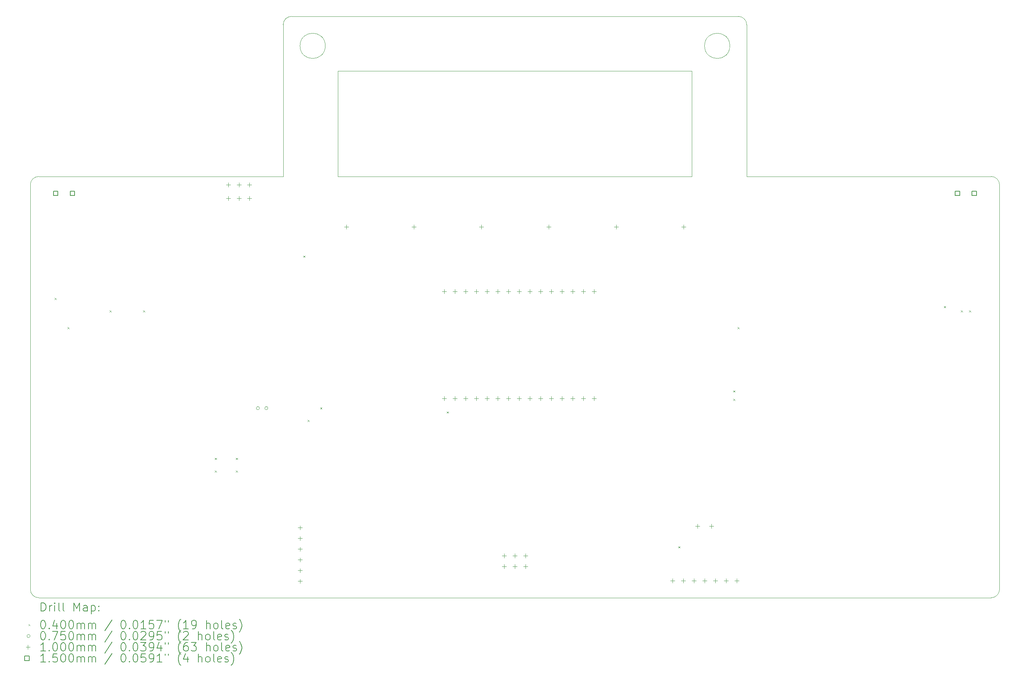
<source format=gbr>
%TF.GenerationSoftware,KiCad,Pcbnew,7.0.7*%
%TF.CreationDate,2024-03-11T11:41:51-07:00*%
%TF.ProjectId,DC32_Cnet_Badge_Main,44433332-5f43-46e6-9574-5f4261646765,rev?*%
%TF.SameCoordinates,Original*%
%TF.FileFunction,Drillmap*%
%TF.FilePolarity,Positive*%
%FSLAX45Y45*%
G04 Gerber Fmt 4.5, Leading zero omitted, Abs format (unit mm)*
G04 Created by KiCad (PCBNEW 7.0.7) date 2024-03-11 11:41:51*
%MOMM*%
%LPD*%
G01*
G04 APERTURE LIST*
%ADD10C,0.100000*%
%ADD11C,0.200000*%
%ADD12C,0.040000*%
%ADD13C,0.075000*%
%ADD14C,0.150000*%
G04 APERTURE END LIST*
D10*
X26500000Y-7900000D02*
X26500000Y-15700000D01*
X9700000Y-2100000D02*
G75*
G03*
X9500000Y-2300000I0J-200000D01*
G01*
X25000000Y-15900000D02*
X5000000Y-15900000D01*
X26300000Y-15900000D02*
X25000000Y-15900000D01*
X5000000Y-15900000D02*
X3700000Y-15900000D01*
X20500000Y-2900000D02*
X20500000Y-2300000D01*
X20500000Y-2900000D02*
X20500000Y-5900000D01*
X3500000Y-7900000D02*
X3500000Y-15700000D01*
X9500000Y-5900000D02*
X9500000Y-2900000D01*
X5000000Y-5900000D02*
X3700000Y-5900000D01*
X19200000Y-5900000D02*
X19200000Y-3400000D01*
X3500000Y-15700000D02*
G75*
G03*
X3700000Y-15900000I200000J0D01*
G01*
X9500000Y-2300000D02*
X9500000Y-2900000D01*
X20100000Y-2800000D02*
G75*
G03*
X20100000Y-2800000I-300000J0D01*
G01*
X3700000Y-5900000D02*
G75*
G03*
X3500000Y-6100000I0J-200000D01*
G01*
X26300000Y-15900000D02*
G75*
G03*
X26500000Y-15700000I0J200000D01*
G01*
X10500000Y-2800000D02*
G75*
G03*
X10500000Y-2800000I-300000J0D01*
G01*
X26500000Y-6100000D02*
G75*
G03*
X26300000Y-5900000I-200000J0D01*
G01*
X20500000Y-5900000D02*
X25000000Y-5900000D01*
X20300000Y-2100000D02*
X9700000Y-2100000D01*
X20500000Y-2300000D02*
G75*
G03*
X20300000Y-2100000I-200000J0D01*
G01*
X3500000Y-6100000D02*
X3500000Y-7900000D01*
X25000000Y-5900000D02*
X26300000Y-5900000D01*
X10800000Y-5900000D02*
X10800000Y-3400000D01*
X5000000Y-5900000D02*
X9500000Y-5900000D01*
X10800000Y-3400000D02*
X19200000Y-3400000D01*
X10800000Y-5900000D02*
X19200000Y-5900000D01*
X26500000Y-6100000D02*
X26500000Y-7900000D01*
D11*
D12*
X4080000Y-8780000D02*
X4120000Y-8820000D01*
X4120000Y-8780000D02*
X4080000Y-8820000D01*
X4380000Y-9480000D02*
X4420000Y-9520000D01*
X4420000Y-9480000D02*
X4380000Y-9520000D01*
X5380000Y-9080000D02*
X5420000Y-9120000D01*
X5420000Y-9080000D02*
X5380000Y-9120000D01*
X6180000Y-9080000D02*
X6220000Y-9120000D01*
X6220000Y-9080000D02*
X6180000Y-9120000D01*
X7880000Y-12580000D02*
X7920000Y-12620000D01*
X7920000Y-12580000D02*
X7880000Y-12620000D01*
X7880000Y-12880000D02*
X7920000Y-12920000D01*
X7920000Y-12880000D02*
X7880000Y-12920000D01*
X8380000Y-12580000D02*
X8420000Y-12620000D01*
X8420000Y-12580000D02*
X8380000Y-12620000D01*
X8380000Y-12880000D02*
X8420000Y-12920000D01*
X8420000Y-12880000D02*
X8380000Y-12920000D01*
X9980000Y-7780000D02*
X10020000Y-7820000D01*
X10020000Y-7780000D02*
X9980000Y-7820000D01*
X10080000Y-11680000D02*
X10120000Y-11720000D01*
X10120000Y-11680000D02*
X10080000Y-11720000D01*
X10380000Y-11380000D02*
X10420000Y-11420000D01*
X10420000Y-11380000D02*
X10380000Y-11420000D01*
X13380000Y-11480000D02*
X13420000Y-11520000D01*
X13420000Y-11480000D02*
X13380000Y-11520000D01*
X18880000Y-14680000D02*
X18920000Y-14720000D01*
X18920000Y-14680000D02*
X18880000Y-14720000D01*
X20180000Y-10980000D02*
X20220000Y-11020000D01*
X20220000Y-10980000D02*
X20180000Y-11020000D01*
X20180000Y-11180000D02*
X20220000Y-11220000D01*
X20220000Y-11180000D02*
X20180000Y-11220000D01*
X20280000Y-9480000D02*
X20320000Y-9520000D01*
X20320000Y-9480000D02*
X20280000Y-9520000D01*
X25180000Y-8980000D02*
X25220000Y-9020000D01*
X25220000Y-8980000D02*
X25180000Y-9020000D01*
X25580000Y-9080000D02*
X25620000Y-9120000D01*
X25620000Y-9080000D02*
X25580000Y-9120000D01*
X25780000Y-9080000D02*
X25820000Y-9120000D01*
X25820000Y-9080000D02*
X25780000Y-9120000D01*
D13*
X8937500Y-11400000D02*
G75*
G03*
X8937500Y-11400000I-37500J0D01*
G01*
X9137500Y-11400000D02*
G75*
G03*
X9137500Y-11400000I-37500J0D01*
G01*
D10*
X8200000Y-6050000D02*
X8200000Y-6150000D01*
X8150000Y-6100000D02*
X8250000Y-6100000D01*
X8200000Y-6370000D02*
X8200000Y-6470000D01*
X8150000Y-6420000D02*
X8250000Y-6420000D01*
X8450000Y-6050000D02*
X8450000Y-6150000D01*
X8400000Y-6100000D02*
X8500000Y-6100000D01*
X8450000Y-6370000D02*
X8450000Y-6470000D01*
X8400000Y-6420000D02*
X8500000Y-6420000D01*
X8700000Y-6050000D02*
X8700000Y-6150000D01*
X8650000Y-6100000D02*
X8750000Y-6100000D01*
X8700000Y-6370000D02*
X8700000Y-6470000D01*
X8650000Y-6420000D02*
X8750000Y-6420000D01*
X9900000Y-14188000D02*
X9900000Y-14288000D01*
X9850000Y-14238000D02*
X9950000Y-14238000D01*
X9900000Y-14442000D02*
X9900000Y-14542000D01*
X9850000Y-14492000D02*
X9950000Y-14492000D01*
X9900000Y-14696000D02*
X9900000Y-14796000D01*
X9850000Y-14746000D02*
X9950000Y-14746000D01*
X9900000Y-14950000D02*
X9900000Y-15050000D01*
X9850000Y-15000000D02*
X9950000Y-15000000D01*
X9900000Y-15204000D02*
X9900000Y-15304000D01*
X9850000Y-15254000D02*
X9950000Y-15254000D01*
X9900000Y-15458000D02*
X9900000Y-15558000D01*
X9850000Y-15508000D02*
X9950000Y-15508000D01*
X11000000Y-7050000D02*
X11000000Y-7150000D01*
X10950000Y-7100000D02*
X11050000Y-7100000D01*
X12600000Y-7050000D02*
X12600000Y-7150000D01*
X12550000Y-7100000D02*
X12650000Y-7100000D01*
X13322000Y-8580000D02*
X13322000Y-8680000D01*
X13272000Y-8630000D02*
X13372000Y-8630000D01*
X13322000Y-11120000D02*
X13322000Y-11220000D01*
X13272000Y-11170000D02*
X13372000Y-11170000D01*
X13576000Y-8580000D02*
X13576000Y-8680000D01*
X13526000Y-8630000D02*
X13626000Y-8630000D01*
X13576000Y-11120000D02*
X13576000Y-11220000D01*
X13526000Y-11170000D02*
X13626000Y-11170000D01*
X13830000Y-8580000D02*
X13830000Y-8680000D01*
X13780000Y-8630000D02*
X13880000Y-8630000D01*
X13830000Y-11120000D02*
X13830000Y-11220000D01*
X13780000Y-11170000D02*
X13880000Y-11170000D01*
X14084000Y-8580000D02*
X14084000Y-8680000D01*
X14034000Y-8630000D02*
X14134000Y-8630000D01*
X14084000Y-11120000D02*
X14084000Y-11220000D01*
X14034000Y-11170000D02*
X14134000Y-11170000D01*
X14200000Y-7050000D02*
X14200000Y-7150000D01*
X14150000Y-7100000D02*
X14250000Y-7100000D01*
X14338000Y-8580000D02*
X14338000Y-8680000D01*
X14288000Y-8630000D02*
X14388000Y-8630000D01*
X14338000Y-11120000D02*
X14338000Y-11220000D01*
X14288000Y-11170000D02*
X14388000Y-11170000D01*
X14592000Y-8580000D02*
X14592000Y-8680000D01*
X14542000Y-8630000D02*
X14642000Y-8630000D01*
X14592000Y-11120000D02*
X14592000Y-11220000D01*
X14542000Y-11170000D02*
X14642000Y-11170000D01*
X14746000Y-14850000D02*
X14746000Y-14950000D01*
X14696000Y-14900000D02*
X14796000Y-14900000D01*
X14746000Y-15104000D02*
X14746000Y-15204000D01*
X14696000Y-15154000D02*
X14796000Y-15154000D01*
X14846000Y-8580000D02*
X14846000Y-8680000D01*
X14796000Y-8630000D02*
X14896000Y-8630000D01*
X14846000Y-11120000D02*
X14846000Y-11220000D01*
X14796000Y-11170000D02*
X14896000Y-11170000D01*
X15000000Y-14850000D02*
X15000000Y-14950000D01*
X14950000Y-14900000D02*
X15050000Y-14900000D01*
X15000000Y-15104000D02*
X15000000Y-15204000D01*
X14950000Y-15154000D02*
X15050000Y-15154000D01*
X15100000Y-8580000D02*
X15100000Y-8680000D01*
X15050000Y-8630000D02*
X15150000Y-8630000D01*
X15100000Y-11120000D02*
X15100000Y-11220000D01*
X15050000Y-11170000D02*
X15150000Y-11170000D01*
X15254000Y-14850000D02*
X15254000Y-14950000D01*
X15204000Y-14900000D02*
X15304000Y-14900000D01*
X15254000Y-15104000D02*
X15254000Y-15204000D01*
X15204000Y-15154000D02*
X15304000Y-15154000D01*
X15354000Y-8580000D02*
X15354000Y-8680000D01*
X15304000Y-8630000D02*
X15404000Y-8630000D01*
X15354000Y-11120000D02*
X15354000Y-11220000D01*
X15304000Y-11170000D02*
X15404000Y-11170000D01*
X15608000Y-8580000D02*
X15608000Y-8680000D01*
X15558000Y-8630000D02*
X15658000Y-8630000D01*
X15608000Y-11120000D02*
X15608000Y-11220000D01*
X15558000Y-11170000D02*
X15658000Y-11170000D01*
X15800000Y-7050000D02*
X15800000Y-7150000D01*
X15750000Y-7100000D02*
X15850000Y-7100000D01*
X15862000Y-8580000D02*
X15862000Y-8680000D01*
X15812000Y-8630000D02*
X15912000Y-8630000D01*
X15862000Y-11120000D02*
X15862000Y-11220000D01*
X15812000Y-11170000D02*
X15912000Y-11170000D01*
X16116000Y-8580000D02*
X16116000Y-8680000D01*
X16066000Y-8630000D02*
X16166000Y-8630000D01*
X16116000Y-11120000D02*
X16116000Y-11220000D01*
X16066000Y-11170000D02*
X16166000Y-11170000D01*
X16370000Y-8580000D02*
X16370000Y-8680000D01*
X16320000Y-8630000D02*
X16420000Y-8630000D01*
X16370000Y-11120000D02*
X16370000Y-11220000D01*
X16320000Y-11170000D02*
X16420000Y-11170000D01*
X16624000Y-8580000D02*
X16624000Y-8680000D01*
X16574000Y-8630000D02*
X16674000Y-8630000D01*
X16624000Y-11120000D02*
X16624000Y-11220000D01*
X16574000Y-11170000D02*
X16674000Y-11170000D01*
X16878000Y-8580000D02*
X16878000Y-8680000D01*
X16828000Y-8630000D02*
X16928000Y-8630000D01*
X16878000Y-11120000D02*
X16878000Y-11220000D01*
X16828000Y-11170000D02*
X16928000Y-11170000D01*
X17400000Y-7050000D02*
X17400000Y-7150000D01*
X17350000Y-7100000D02*
X17450000Y-7100000D01*
X18738000Y-15448500D02*
X18738000Y-15548500D01*
X18688000Y-15498500D02*
X18788000Y-15498500D01*
X18992000Y-15448500D02*
X18992000Y-15548500D01*
X18942000Y-15498500D02*
X19042000Y-15498500D01*
X19000000Y-7050000D02*
X19000000Y-7150000D01*
X18950000Y-7100000D02*
X19050000Y-7100000D01*
X19246000Y-15448500D02*
X19246000Y-15548500D01*
X19196000Y-15498500D02*
X19296000Y-15498500D01*
X19334900Y-14150000D02*
X19334900Y-14250000D01*
X19284900Y-14200000D02*
X19384900Y-14200000D01*
X19500000Y-15448500D02*
X19500000Y-15548500D01*
X19450000Y-15498500D02*
X19550000Y-15498500D01*
X19665100Y-14150000D02*
X19665100Y-14250000D01*
X19615100Y-14200000D02*
X19715100Y-14200000D01*
X19754000Y-15448500D02*
X19754000Y-15548500D01*
X19704000Y-15498500D02*
X19804000Y-15498500D01*
X20008000Y-15448500D02*
X20008000Y-15548500D01*
X19958000Y-15498500D02*
X20058000Y-15498500D01*
X20262000Y-15448500D02*
X20262000Y-15548500D01*
X20212000Y-15498500D02*
X20312000Y-15498500D01*
D14*
X4153033Y-6353033D02*
X4153033Y-6246966D01*
X4046966Y-6246966D01*
X4046966Y-6353033D01*
X4153033Y-6353033D01*
X4553034Y-6353033D02*
X4553034Y-6246966D01*
X4446967Y-6246966D01*
X4446967Y-6353033D01*
X4553034Y-6353033D01*
X25553033Y-6353033D02*
X25553033Y-6246966D01*
X25446966Y-6246966D01*
X25446966Y-6353033D01*
X25553033Y-6353033D01*
X25953033Y-6353033D02*
X25953033Y-6246966D01*
X25846966Y-6246966D01*
X25846966Y-6353033D01*
X25953033Y-6353033D01*
D11*
X3755777Y-16216484D02*
X3755777Y-16016484D01*
X3755777Y-16016484D02*
X3803396Y-16016484D01*
X3803396Y-16016484D02*
X3831967Y-16026008D01*
X3831967Y-16026008D02*
X3851015Y-16045055D01*
X3851015Y-16045055D02*
X3860539Y-16064103D01*
X3860539Y-16064103D02*
X3870062Y-16102198D01*
X3870062Y-16102198D02*
X3870062Y-16130769D01*
X3870062Y-16130769D02*
X3860539Y-16168865D01*
X3860539Y-16168865D02*
X3851015Y-16187912D01*
X3851015Y-16187912D02*
X3831967Y-16206960D01*
X3831967Y-16206960D02*
X3803396Y-16216484D01*
X3803396Y-16216484D02*
X3755777Y-16216484D01*
X3955777Y-16216484D02*
X3955777Y-16083150D01*
X3955777Y-16121246D02*
X3965301Y-16102198D01*
X3965301Y-16102198D02*
X3974824Y-16092674D01*
X3974824Y-16092674D02*
X3993872Y-16083150D01*
X3993872Y-16083150D02*
X4012920Y-16083150D01*
X4079586Y-16216484D02*
X4079586Y-16083150D01*
X4079586Y-16016484D02*
X4070062Y-16026008D01*
X4070062Y-16026008D02*
X4079586Y-16035531D01*
X4079586Y-16035531D02*
X4089110Y-16026008D01*
X4089110Y-16026008D02*
X4079586Y-16016484D01*
X4079586Y-16016484D02*
X4079586Y-16035531D01*
X4203396Y-16216484D02*
X4184348Y-16206960D01*
X4184348Y-16206960D02*
X4174824Y-16187912D01*
X4174824Y-16187912D02*
X4174824Y-16016484D01*
X4308158Y-16216484D02*
X4289110Y-16206960D01*
X4289110Y-16206960D02*
X4279586Y-16187912D01*
X4279586Y-16187912D02*
X4279586Y-16016484D01*
X4536729Y-16216484D02*
X4536729Y-16016484D01*
X4536729Y-16016484D02*
X4603396Y-16159341D01*
X4603396Y-16159341D02*
X4670063Y-16016484D01*
X4670063Y-16016484D02*
X4670063Y-16216484D01*
X4851015Y-16216484D02*
X4851015Y-16111722D01*
X4851015Y-16111722D02*
X4841491Y-16092674D01*
X4841491Y-16092674D02*
X4822444Y-16083150D01*
X4822444Y-16083150D02*
X4784348Y-16083150D01*
X4784348Y-16083150D02*
X4765301Y-16092674D01*
X4851015Y-16206960D02*
X4831967Y-16216484D01*
X4831967Y-16216484D02*
X4784348Y-16216484D01*
X4784348Y-16216484D02*
X4765301Y-16206960D01*
X4765301Y-16206960D02*
X4755777Y-16187912D01*
X4755777Y-16187912D02*
X4755777Y-16168865D01*
X4755777Y-16168865D02*
X4765301Y-16149817D01*
X4765301Y-16149817D02*
X4784348Y-16140293D01*
X4784348Y-16140293D02*
X4831967Y-16140293D01*
X4831967Y-16140293D02*
X4851015Y-16130769D01*
X4946253Y-16083150D02*
X4946253Y-16283150D01*
X4946253Y-16092674D02*
X4965301Y-16083150D01*
X4965301Y-16083150D02*
X5003396Y-16083150D01*
X5003396Y-16083150D02*
X5022444Y-16092674D01*
X5022444Y-16092674D02*
X5031967Y-16102198D01*
X5031967Y-16102198D02*
X5041491Y-16121246D01*
X5041491Y-16121246D02*
X5041491Y-16178388D01*
X5041491Y-16178388D02*
X5031967Y-16197436D01*
X5031967Y-16197436D02*
X5022444Y-16206960D01*
X5022444Y-16206960D02*
X5003396Y-16216484D01*
X5003396Y-16216484D02*
X4965301Y-16216484D01*
X4965301Y-16216484D02*
X4946253Y-16206960D01*
X5127205Y-16197436D02*
X5136729Y-16206960D01*
X5136729Y-16206960D02*
X5127205Y-16216484D01*
X5127205Y-16216484D02*
X5117682Y-16206960D01*
X5117682Y-16206960D02*
X5127205Y-16197436D01*
X5127205Y-16197436D02*
X5127205Y-16216484D01*
X5127205Y-16092674D02*
X5136729Y-16102198D01*
X5136729Y-16102198D02*
X5127205Y-16111722D01*
X5127205Y-16111722D02*
X5117682Y-16102198D01*
X5117682Y-16102198D02*
X5127205Y-16092674D01*
X5127205Y-16092674D02*
X5127205Y-16111722D01*
D12*
X3455000Y-16525000D02*
X3495000Y-16565000D01*
X3495000Y-16525000D02*
X3455000Y-16565000D01*
D11*
X3793872Y-16436484D02*
X3812920Y-16436484D01*
X3812920Y-16436484D02*
X3831967Y-16446008D01*
X3831967Y-16446008D02*
X3841491Y-16455531D01*
X3841491Y-16455531D02*
X3851015Y-16474579D01*
X3851015Y-16474579D02*
X3860539Y-16512674D01*
X3860539Y-16512674D02*
X3860539Y-16560293D01*
X3860539Y-16560293D02*
X3851015Y-16598388D01*
X3851015Y-16598388D02*
X3841491Y-16617436D01*
X3841491Y-16617436D02*
X3831967Y-16626960D01*
X3831967Y-16626960D02*
X3812920Y-16636484D01*
X3812920Y-16636484D02*
X3793872Y-16636484D01*
X3793872Y-16636484D02*
X3774824Y-16626960D01*
X3774824Y-16626960D02*
X3765301Y-16617436D01*
X3765301Y-16617436D02*
X3755777Y-16598388D01*
X3755777Y-16598388D02*
X3746253Y-16560293D01*
X3746253Y-16560293D02*
X3746253Y-16512674D01*
X3746253Y-16512674D02*
X3755777Y-16474579D01*
X3755777Y-16474579D02*
X3765301Y-16455531D01*
X3765301Y-16455531D02*
X3774824Y-16446008D01*
X3774824Y-16446008D02*
X3793872Y-16436484D01*
X3946253Y-16617436D02*
X3955777Y-16626960D01*
X3955777Y-16626960D02*
X3946253Y-16636484D01*
X3946253Y-16636484D02*
X3936729Y-16626960D01*
X3936729Y-16626960D02*
X3946253Y-16617436D01*
X3946253Y-16617436D02*
X3946253Y-16636484D01*
X4127205Y-16503150D02*
X4127205Y-16636484D01*
X4079586Y-16426960D02*
X4031967Y-16569817D01*
X4031967Y-16569817D02*
X4155777Y-16569817D01*
X4270063Y-16436484D02*
X4289110Y-16436484D01*
X4289110Y-16436484D02*
X4308158Y-16446008D01*
X4308158Y-16446008D02*
X4317682Y-16455531D01*
X4317682Y-16455531D02*
X4327205Y-16474579D01*
X4327205Y-16474579D02*
X4336729Y-16512674D01*
X4336729Y-16512674D02*
X4336729Y-16560293D01*
X4336729Y-16560293D02*
X4327205Y-16598388D01*
X4327205Y-16598388D02*
X4317682Y-16617436D01*
X4317682Y-16617436D02*
X4308158Y-16626960D01*
X4308158Y-16626960D02*
X4289110Y-16636484D01*
X4289110Y-16636484D02*
X4270063Y-16636484D01*
X4270063Y-16636484D02*
X4251015Y-16626960D01*
X4251015Y-16626960D02*
X4241491Y-16617436D01*
X4241491Y-16617436D02*
X4231967Y-16598388D01*
X4231967Y-16598388D02*
X4222444Y-16560293D01*
X4222444Y-16560293D02*
X4222444Y-16512674D01*
X4222444Y-16512674D02*
X4231967Y-16474579D01*
X4231967Y-16474579D02*
X4241491Y-16455531D01*
X4241491Y-16455531D02*
X4251015Y-16446008D01*
X4251015Y-16446008D02*
X4270063Y-16436484D01*
X4460539Y-16436484D02*
X4479586Y-16436484D01*
X4479586Y-16436484D02*
X4498634Y-16446008D01*
X4498634Y-16446008D02*
X4508158Y-16455531D01*
X4508158Y-16455531D02*
X4517682Y-16474579D01*
X4517682Y-16474579D02*
X4527205Y-16512674D01*
X4527205Y-16512674D02*
X4527205Y-16560293D01*
X4527205Y-16560293D02*
X4517682Y-16598388D01*
X4517682Y-16598388D02*
X4508158Y-16617436D01*
X4508158Y-16617436D02*
X4498634Y-16626960D01*
X4498634Y-16626960D02*
X4479586Y-16636484D01*
X4479586Y-16636484D02*
X4460539Y-16636484D01*
X4460539Y-16636484D02*
X4441491Y-16626960D01*
X4441491Y-16626960D02*
X4431967Y-16617436D01*
X4431967Y-16617436D02*
X4422444Y-16598388D01*
X4422444Y-16598388D02*
X4412920Y-16560293D01*
X4412920Y-16560293D02*
X4412920Y-16512674D01*
X4412920Y-16512674D02*
X4422444Y-16474579D01*
X4422444Y-16474579D02*
X4431967Y-16455531D01*
X4431967Y-16455531D02*
X4441491Y-16446008D01*
X4441491Y-16446008D02*
X4460539Y-16436484D01*
X4612920Y-16636484D02*
X4612920Y-16503150D01*
X4612920Y-16522198D02*
X4622444Y-16512674D01*
X4622444Y-16512674D02*
X4641491Y-16503150D01*
X4641491Y-16503150D02*
X4670063Y-16503150D01*
X4670063Y-16503150D02*
X4689110Y-16512674D01*
X4689110Y-16512674D02*
X4698634Y-16531722D01*
X4698634Y-16531722D02*
X4698634Y-16636484D01*
X4698634Y-16531722D02*
X4708158Y-16512674D01*
X4708158Y-16512674D02*
X4727205Y-16503150D01*
X4727205Y-16503150D02*
X4755777Y-16503150D01*
X4755777Y-16503150D02*
X4774825Y-16512674D01*
X4774825Y-16512674D02*
X4784348Y-16531722D01*
X4784348Y-16531722D02*
X4784348Y-16636484D01*
X4879586Y-16636484D02*
X4879586Y-16503150D01*
X4879586Y-16522198D02*
X4889110Y-16512674D01*
X4889110Y-16512674D02*
X4908158Y-16503150D01*
X4908158Y-16503150D02*
X4936729Y-16503150D01*
X4936729Y-16503150D02*
X4955777Y-16512674D01*
X4955777Y-16512674D02*
X4965301Y-16531722D01*
X4965301Y-16531722D02*
X4965301Y-16636484D01*
X4965301Y-16531722D02*
X4974825Y-16512674D01*
X4974825Y-16512674D02*
X4993872Y-16503150D01*
X4993872Y-16503150D02*
X5022444Y-16503150D01*
X5022444Y-16503150D02*
X5041491Y-16512674D01*
X5041491Y-16512674D02*
X5051015Y-16531722D01*
X5051015Y-16531722D02*
X5051015Y-16636484D01*
X5441491Y-16426960D02*
X5270063Y-16684103D01*
X5698634Y-16436484D02*
X5717682Y-16436484D01*
X5717682Y-16436484D02*
X5736729Y-16446008D01*
X5736729Y-16446008D02*
X5746253Y-16455531D01*
X5746253Y-16455531D02*
X5755777Y-16474579D01*
X5755777Y-16474579D02*
X5765301Y-16512674D01*
X5765301Y-16512674D02*
X5765301Y-16560293D01*
X5765301Y-16560293D02*
X5755777Y-16598388D01*
X5755777Y-16598388D02*
X5746253Y-16617436D01*
X5746253Y-16617436D02*
X5736729Y-16626960D01*
X5736729Y-16626960D02*
X5717682Y-16636484D01*
X5717682Y-16636484D02*
X5698634Y-16636484D01*
X5698634Y-16636484D02*
X5679586Y-16626960D01*
X5679586Y-16626960D02*
X5670063Y-16617436D01*
X5670063Y-16617436D02*
X5660539Y-16598388D01*
X5660539Y-16598388D02*
X5651015Y-16560293D01*
X5651015Y-16560293D02*
X5651015Y-16512674D01*
X5651015Y-16512674D02*
X5660539Y-16474579D01*
X5660539Y-16474579D02*
X5670063Y-16455531D01*
X5670063Y-16455531D02*
X5679586Y-16446008D01*
X5679586Y-16446008D02*
X5698634Y-16436484D01*
X5851015Y-16617436D02*
X5860539Y-16626960D01*
X5860539Y-16626960D02*
X5851015Y-16636484D01*
X5851015Y-16636484D02*
X5841491Y-16626960D01*
X5841491Y-16626960D02*
X5851015Y-16617436D01*
X5851015Y-16617436D02*
X5851015Y-16636484D01*
X5984348Y-16436484D02*
X6003396Y-16436484D01*
X6003396Y-16436484D02*
X6022444Y-16446008D01*
X6022444Y-16446008D02*
X6031967Y-16455531D01*
X6031967Y-16455531D02*
X6041491Y-16474579D01*
X6041491Y-16474579D02*
X6051015Y-16512674D01*
X6051015Y-16512674D02*
X6051015Y-16560293D01*
X6051015Y-16560293D02*
X6041491Y-16598388D01*
X6041491Y-16598388D02*
X6031967Y-16617436D01*
X6031967Y-16617436D02*
X6022444Y-16626960D01*
X6022444Y-16626960D02*
X6003396Y-16636484D01*
X6003396Y-16636484D02*
X5984348Y-16636484D01*
X5984348Y-16636484D02*
X5965301Y-16626960D01*
X5965301Y-16626960D02*
X5955777Y-16617436D01*
X5955777Y-16617436D02*
X5946253Y-16598388D01*
X5946253Y-16598388D02*
X5936729Y-16560293D01*
X5936729Y-16560293D02*
X5936729Y-16512674D01*
X5936729Y-16512674D02*
X5946253Y-16474579D01*
X5946253Y-16474579D02*
X5955777Y-16455531D01*
X5955777Y-16455531D02*
X5965301Y-16446008D01*
X5965301Y-16446008D02*
X5984348Y-16436484D01*
X6241491Y-16636484D02*
X6127206Y-16636484D01*
X6184348Y-16636484D02*
X6184348Y-16436484D01*
X6184348Y-16436484D02*
X6165301Y-16465055D01*
X6165301Y-16465055D02*
X6146253Y-16484103D01*
X6146253Y-16484103D02*
X6127206Y-16493627D01*
X6422444Y-16436484D02*
X6327206Y-16436484D01*
X6327206Y-16436484D02*
X6317682Y-16531722D01*
X6317682Y-16531722D02*
X6327206Y-16522198D01*
X6327206Y-16522198D02*
X6346253Y-16512674D01*
X6346253Y-16512674D02*
X6393872Y-16512674D01*
X6393872Y-16512674D02*
X6412920Y-16522198D01*
X6412920Y-16522198D02*
X6422444Y-16531722D01*
X6422444Y-16531722D02*
X6431967Y-16550769D01*
X6431967Y-16550769D02*
X6431967Y-16598388D01*
X6431967Y-16598388D02*
X6422444Y-16617436D01*
X6422444Y-16617436D02*
X6412920Y-16626960D01*
X6412920Y-16626960D02*
X6393872Y-16636484D01*
X6393872Y-16636484D02*
X6346253Y-16636484D01*
X6346253Y-16636484D02*
X6327206Y-16626960D01*
X6327206Y-16626960D02*
X6317682Y-16617436D01*
X6498634Y-16436484D02*
X6631967Y-16436484D01*
X6631967Y-16436484D02*
X6546253Y-16636484D01*
X6698634Y-16436484D02*
X6698634Y-16474579D01*
X6774825Y-16436484D02*
X6774825Y-16474579D01*
X7070063Y-16712674D02*
X7060539Y-16703150D01*
X7060539Y-16703150D02*
X7041491Y-16674579D01*
X7041491Y-16674579D02*
X7031968Y-16655531D01*
X7031968Y-16655531D02*
X7022444Y-16626960D01*
X7022444Y-16626960D02*
X7012920Y-16579341D01*
X7012920Y-16579341D02*
X7012920Y-16541246D01*
X7012920Y-16541246D02*
X7022444Y-16493627D01*
X7022444Y-16493627D02*
X7031968Y-16465055D01*
X7031968Y-16465055D02*
X7041491Y-16446008D01*
X7041491Y-16446008D02*
X7060539Y-16417436D01*
X7060539Y-16417436D02*
X7070063Y-16407912D01*
X7251015Y-16636484D02*
X7136729Y-16636484D01*
X7193872Y-16636484D02*
X7193872Y-16436484D01*
X7193872Y-16436484D02*
X7174825Y-16465055D01*
X7174825Y-16465055D02*
X7155777Y-16484103D01*
X7155777Y-16484103D02*
X7136729Y-16493627D01*
X7346253Y-16636484D02*
X7384348Y-16636484D01*
X7384348Y-16636484D02*
X7403396Y-16626960D01*
X7403396Y-16626960D02*
X7412920Y-16617436D01*
X7412920Y-16617436D02*
X7431968Y-16588865D01*
X7431968Y-16588865D02*
X7441491Y-16550769D01*
X7441491Y-16550769D02*
X7441491Y-16474579D01*
X7441491Y-16474579D02*
X7431968Y-16455531D01*
X7431968Y-16455531D02*
X7422444Y-16446008D01*
X7422444Y-16446008D02*
X7403396Y-16436484D01*
X7403396Y-16436484D02*
X7365301Y-16436484D01*
X7365301Y-16436484D02*
X7346253Y-16446008D01*
X7346253Y-16446008D02*
X7336729Y-16455531D01*
X7336729Y-16455531D02*
X7327206Y-16474579D01*
X7327206Y-16474579D02*
X7327206Y-16522198D01*
X7327206Y-16522198D02*
X7336729Y-16541246D01*
X7336729Y-16541246D02*
X7346253Y-16550769D01*
X7346253Y-16550769D02*
X7365301Y-16560293D01*
X7365301Y-16560293D02*
X7403396Y-16560293D01*
X7403396Y-16560293D02*
X7422444Y-16550769D01*
X7422444Y-16550769D02*
X7431968Y-16541246D01*
X7431968Y-16541246D02*
X7441491Y-16522198D01*
X7679587Y-16636484D02*
X7679587Y-16436484D01*
X7765301Y-16636484D02*
X7765301Y-16531722D01*
X7765301Y-16531722D02*
X7755777Y-16512674D01*
X7755777Y-16512674D02*
X7736730Y-16503150D01*
X7736730Y-16503150D02*
X7708158Y-16503150D01*
X7708158Y-16503150D02*
X7689110Y-16512674D01*
X7689110Y-16512674D02*
X7679587Y-16522198D01*
X7889110Y-16636484D02*
X7870063Y-16626960D01*
X7870063Y-16626960D02*
X7860539Y-16617436D01*
X7860539Y-16617436D02*
X7851015Y-16598388D01*
X7851015Y-16598388D02*
X7851015Y-16541246D01*
X7851015Y-16541246D02*
X7860539Y-16522198D01*
X7860539Y-16522198D02*
X7870063Y-16512674D01*
X7870063Y-16512674D02*
X7889110Y-16503150D01*
X7889110Y-16503150D02*
X7917682Y-16503150D01*
X7917682Y-16503150D02*
X7936730Y-16512674D01*
X7936730Y-16512674D02*
X7946253Y-16522198D01*
X7946253Y-16522198D02*
X7955777Y-16541246D01*
X7955777Y-16541246D02*
X7955777Y-16598388D01*
X7955777Y-16598388D02*
X7946253Y-16617436D01*
X7946253Y-16617436D02*
X7936730Y-16626960D01*
X7936730Y-16626960D02*
X7917682Y-16636484D01*
X7917682Y-16636484D02*
X7889110Y-16636484D01*
X8070063Y-16636484D02*
X8051015Y-16626960D01*
X8051015Y-16626960D02*
X8041491Y-16607912D01*
X8041491Y-16607912D02*
X8041491Y-16436484D01*
X8222444Y-16626960D02*
X8203396Y-16636484D01*
X8203396Y-16636484D02*
X8165301Y-16636484D01*
X8165301Y-16636484D02*
X8146253Y-16626960D01*
X8146253Y-16626960D02*
X8136730Y-16607912D01*
X8136730Y-16607912D02*
X8136730Y-16531722D01*
X8136730Y-16531722D02*
X8146253Y-16512674D01*
X8146253Y-16512674D02*
X8165301Y-16503150D01*
X8165301Y-16503150D02*
X8203396Y-16503150D01*
X8203396Y-16503150D02*
X8222444Y-16512674D01*
X8222444Y-16512674D02*
X8231968Y-16531722D01*
X8231968Y-16531722D02*
X8231968Y-16550769D01*
X8231968Y-16550769D02*
X8136730Y-16569817D01*
X8308158Y-16626960D02*
X8327206Y-16636484D01*
X8327206Y-16636484D02*
X8365301Y-16636484D01*
X8365301Y-16636484D02*
X8384349Y-16626960D01*
X8384349Y-16626960D02*
X8393873Y-16607912D01*
X8393873Y-16607912D02*
X8393873Y-16598388D01*
X8393873Y-16598388D02*
X8384349Y-16579341D01*
X8384349Y-16579341D02*
X8365301Y-16569817D01*
X8365301Y-16569817D02*
X8336730Y-16569817D01*
X8336730Y-16569817D02*
X8317682Y-16560293D01*
X8317682Y-16560293D02*
X8308158Y-16541246D01*
X8308158Y-16541246D02*
X8308158Y-16531722D01*
X8308158Y-16531722D02*
X8317682Y-16512674D01*
X8317682Y-16512674D02*
X8336730Y-16503150D01*
X8336730Y-16503150D02*
X8365301Y-16503150D01*
X8365301Y-16503150D02*
X8384349Y-16512674D01*
X8460539Y-16712674D02*
X8470063Y-16703150D01*
X8470063Y-16703150D02*
X8489111Y-16674579D01*
X8489111Y-16674579D02*
X8498634Y-16655531D01*
X8498634Y-16655531D02*
X8508158Y-16626960D01*
X8508158Y-16626960D02*
X8517682Y-16579341D01*
X8517682Y-16579341D02*
X8517682Y-16541246D01*
X8517682Y-16541246D02*
X8508158Y-16493627D01*
X8508158Y-16493627D02*
X8498634Y-16465055D01*
X8498634Y-16465055D02*
X8489111Y-16446008D01*
X8489111Y-16446008D02*
X8470063Y-16417436D01*
X8470063Y-16417436D02*
X8460539Y-16407912D01*
D13*
X3495000Y-16809000D02*
G75*
G03*
X3495000Y-16809000I-37500J0D01*
G01*
D11*
X3793872Y-16700484D02*
X3812920Y-16700484D01*
X3812920Y-16700484D02*
X3831967Y-16710008D01*
X3831967Y-16710008D02*
X3841491Y-16719531D01*
X3841491Y-16719531D02*
X3851015Y-16738579D01*
X3851015Y-16738579D02*
X3860539Y-16776674D01*
X3860539Y-16776674D02*
X3860539Y-16824293D01*
X3860539Y-16824293D02*
X3851015Y-16862389D01*
X3851015Y-16862389D02*
X3841491Y-16881436D01*
X3841491Y-16881436D02*
X3831967Y-16890960D01*
X3831967Y-16890960D02*
X3812920Y-16900484D01*
X3812920Y-16900484D02*
X3793872Y-16900484D01*
X3793872Y-16900484D02*
X3774824Y-16890960D01*
X3774824Y-16890960D02*
X3765301Y-16881436D01*
X3765301Y-16881436D02*
X3755777Y-16862389D01*
X3755777Y-16862389D02*
X3746253Y-16824293D01*
X3746253Y-16824293D02*
X3746253Y-16776674D01*
X3746253Y-16776674D02*
X3755777Y-16738579D01*
X3755777Y-16738579D02*
X3765301Y-16719531D01*
X3765301Y-16719531D02*
X3774824Y-16710008D01*
X3774824Y-16710008D02*
X3793872Y-16700484D01*
X3946253Y-16881436D02*
X3955777Y-16890960D01*
X3955777Y-16890960D02*
X3946253Y-16900484D01*
X3946253Y-16900484D02*
X3936729Y-16890960D01*
X3936729Y-16890960D02*
X3946253Y-16881436D01*
X3946253Y-16881436D02*
X3946253Y-16900484D01*
X4022443Y-16700484D02*
X4155777Y-16700484D01*
X4155777Y-16700484D02*
X4070062Y-16900484D01*
X4327205Y-16700484D02*
X4231967Y-16700484D01*
X4231967Y-16700484D02*
X4222444Y-16795722D01*
X4222444Y-16795722D02*
X4231967Y-16786198D01*
X4231967Y-16786198D02*
X4251015Y-16776674D01*
X4251015Y-16776674D02*
X4298634Y-16776674D01*
X4298634Y-16776674D02*
X4317682Y-16786198D01*
X4317682Y-16786198D02*
X4327205Y-16795722D01*
X4327205Y-16795722D02*
X4336729Y-16814770D01*
X4336729Y-16814770D02*
X4336729Y-16862389D01*
X4336729Y-16862389D02*
X4327205Y-16881436D01*
X4327205Y-16881436D02*
X4317682Y-16890960D01*
X4317682Y-16890960D02*
X4298634Y-16900484D01*
X4298634Y-16900484D02*
X4251015Y-16900484D01*
X4251015Y-16900484D02*
X4231967Y-16890960D01*
X4231967Y-16890960D02*
X4222444Y-16881436D01*
X4460539Y-16700484D02*
X4479586Y-16700484D01*
X4479586Y-16700484D02*
X4498634Y-16710008D01*
X4498634Y-16710008D02*
X4508158Y-16719531D01*
X4508158Y-16719531D02*
X4517682Y-16738579D01*
X4517682Y-16738579D02*
X4527205Y-16776674D01*
X4527205Y-16776674D02*
X4527205Y-16824293D01*
X4527205Y-16824293D02*
X4517682Y-16862389D01*
X4517682Y-16862389D02*
X4508158Y-16881436D01*
X4508158Y-16881436D02*
X4498634Y-16890960D01*
X4498634Y-16890960D02*
X4479586Y-16900484D01*
X4479586Y-16900484D02*
X4460539Y-16900484D01*
X4460539Y-16900484D02*
X4441491Y-16890960D01*
X4441491Y-16890960D02*
X4431967Y-16881436D01*
X4431967Y-16881436D02*
X4422444Y-16862389D01*
X4422444Y-16862389D02*
X4412920Y-16824293D01*
X4412920Y-16824293D02*
X4412920Y-16776674D01*
X4412920Y-16776674D02*
X4422444Y-16738579D01*
X4422444Y-16738579D02*
X4431967Y-16719531D01*
X4431967Y-16719531D02*
X4441491Y-16710008D01*
X4441491Y-16710008D02*
X4460539Y-16700484D01*
X4612920Y-16900484D02*
X4612920Y-16767150D01*
X4612920Y-16786198D02*
X4622444Y-16776674D01*
X4622444Y-16776674D02*
X4641491Y-16767150D01*
X4641491Y-16767150D02*
X4670063Y-16767150D01*
X4670063Y-16767150D02*
X4689110Y-16776674D01*
X4689110Y-16776674D02*
X4698634Y-16795722D01*
X4698634Y-16795722D02*
X4698634Y-16900484D01*
X4698634Y-16795722D02*
X4708158Y-16776674D01*
X4708158Y-16776674D02*
X4727205Y-16767150D01*
X4727205Y-16767150D02*
X4755777Y-16767150D01*
X4755777Y-16767150D02*
X4774825Y-16776674D01*
X4774825Y-16776674D02*
X4784348Y-16795722D01*
X4784348Y-16795722D02*
X4784348Y-16900484D01*
X4879586Y-16900484D02*
X4879586Y-16767150D01*
X4879586Y-16786198D02*
X4889110Y-16776674D01*
X4889110Y-16776674D02*
X4908158Y-16767150D01*
X4908158Y-16767150D02*
X4936729Y-16767150D01*
X4936729Y-16767150D02*
X4955777Y-16776674D01*
X4955777Y-16776674D02*
X4965301Y-16795722D01*
X4965301Y-16795722D02*
X4965301Y-16900484D01*
X4965301Y-16795722D02*
X4974825Y-16776674D01*
X4974825Y-16776674D02*
X4993872Y-16767150D01*
X4993872Y-16767150D02*
X5022444Y-16767150D01*
X5022444Y-16767150D02*
X5041491Y-16776674D01*
X5041491Y-16776674D02*
X5051015Y-16795722D01*
X5051015Y-16795722D02*
X5051015Y-16900484D01*
X5441491Y-16690960D02*
X5270063Y-16948103D01*
X5698634Y-16700484D02*
X5717682Y-16700484D01*
X5717682Y-16700484D02*
X5736729Y-16710008D01*
X5736729Y-16710008D02*
X5746253Y-16719531D01*
X5746253Y-16719531D02*
X5755777Y-16738579D01*
X5755777Y-16738579D02*
X5765301Y-16776674D01*
X5765301Y-16776674D02*
X5765301Y-16824293D01*
X5765301Y-16824293D02*
X5755777Y-16862389D01*
X5755777Y-16862389D02*
X5746253Y-16881436D01*
X5746253Y-16881436D02*
X5736729Y-16890960D01*
X5736729Y-16890960D02*
X5717682Y-16900484D01*
X5717682Y-16900484D02*
X5698634Y-16900484D01*
X5698634Y-16900484D02*
X5679586Y-16890960D01*
X5679586Y-16890960D02*
X5670063Y-16881436D01*
X5670063Y-16881436D02*
X5660539Y-16862389D01*
X5660539Y-16862389D02*
X5651015Y-16824293D01*
X5651015Y-16824293D02*
X5651015Y-16776674D01*
X5651015Y-16776674D02*
X5660539Y-16738579D01*
X5660539Y-16738579D02*
X5670063Y-16719531D01*
X5670063Y-16719531D02*
X5679586Y-16710008D01*
X5679586Y-16710008D02*
X5698634Y-16700484D01*
X5851015Y-16881436D02*
X5860539Y-16890960D01*
X5860539Y-16890960D02*
X5851015Y-16900484D01*
X5851015Y-16900484D02*
X5841491Y-16890960D01*
X5841491Y-16890960D02*
X5851015Y-16881436D01*
X5851015Y-16881436D02*
X5851015Y-16900484D01*
X5984348Y-16700484D02*
X6003396Y-16700484D01*
X6003396Y-16700484D02*
X6022444Y-16710008D01*
X6022444Y-16710008D02*
X6031967Y-16719531D01*
X6031967Y-16719531D02*
X6041491Y-16738579D01*
X6041491Y-16738579D02*
X6051015Y-16776674D01*
X6051015Y-16776674D02*
X6051015Y-16824293D01*
X6051015Y-16824293D02*
X6041491Y-16862389D01*
X6041491Y-16862389D02*
X6031967Y-16881436D01*
X6031967Y-16881436D02*
X6022444Y-16890960D01*
X6022444Y-16890960D02*
X6003396Y-16900484D01*
X6003396Y-16900484D02*
X5984348Y-16900484D01*
X5984348Y-16900484D02*
X5965301Y-16890960D01*
X5965301Y-16890960D02*
X5955777Y-16881436D01*
X5955777Y-16881436D02*
X5946253Y-16862389D01*
X5946253Y-16862389D02*
X5936729Y-16824293D01*
X5936729Y-16824293D02*
X5936729Y-16776674D01*
X5936729Y-16776674D02*
X5946253Y-16738579D01*
X5946253Y-16738579D02*
X5955777Y-16719531D01*
X5955777Y-16719531D02*
X5965301Y-16710008D01*
X5965301Y-16710008D02*
X5984348Y-16700484D01*
X6127206Y-16719531D02*
X6136729Y-16710008D01*
X6136729Y-16710008D02*
X6155777Y-16700484D01*
X6155777Y-16700484D02*
X6203396Y-16700484D01*
X6203396Y-16700484D02*
X6222444Y-16710008D01*
X6222444Y-16710008D02*
X6231967Y-16719531D01*
X6231967Y-16719531D02*
X6241491Y-16738579D01*
X6241491Y-16738579D02*
X6241491Y-16757627D01*
X6241491Y-16757627D02*
X6231967Y-16786198D01*
X6231967Y-16786198D02*
X6117682Y-16900484D01*
X6117682Y-16900484D02*
X6241491Y-16900484D01*
X6336729Y-16900484D02*
X6374825Y-16900484D01*
X6374825Y-16900484D02*
X6393872Y-16890960D01*
X6393872Y-16890960D02*
X6403396Y-16881436D01*
X6403396Y-16881436D02*
X6422444Y-16852865D01*
X6422444Y-16852865D02*
X6431967Y-16814770D01*
X6431967Y-16814770D02*
X6431967Y-16738579D01*
X6431967Y-16738579D02*
X6422444Y-16719531D01*
X6422444Y-16719531D02*
X6412920Y-16710008D01*
X6412920Y-16710008D02*
X6393872Y-16700484D01*
X6393872Y-16700484D02*
X6355777Y-16700484D01*
X6355777Y-16700484D02*
X6336729Y-16710008D01*
X6336729Y-16710008D02*
X6327206Y-16719531D01*
X6327206Y-16719531D02*
X6317682Y-16738579D01*
X6317682Y-16738579D02*
X6317682Y-16786198D01*
X6317682Y-16786198D02*
X6327206Y-16805246D01*
X6327206Y-16805246D02*
X6336729Y-16814770D01*
X6336729Y-16814770D02*
X6355777Y-16824293D01*
X6355777Y-16824293D02*
X6393872Y-16824293D01*
X6393872Y-16824293D02*
X6412920Y-16814770D01*
X6412920Y-16814770D02*
X6422444Y-16805246D01*
X6422444Y-16805246D02*
X6431967Y-16786198D01*
X6612920Y-16700484D02*
X6517682Y-16700484D01*
X6517682Y-16700484D02*
X6508158Y-16795722D01*
X6508158Y-16795722D02*
X6517682Y-16786198D01*
X6517682Y-16786198D02*
X6536729Y-16776674D01*
X6536729Y-16776674D02*
X6584348Y-16776674D01*
X6584348Y-16776674D02*
X6603396Y-16786198D01*
X6603396Y-16786198D02*
X6612920Y-16795722D01*
X6612920Y-16795722D02*
X6622444Y-16814770D01*
X6622444Y-16814770D02*
X6622444Y-16862389D01*
X6622444Y-16862389D02*
X6612920Y-16881436D01*
X6612920Y-16881436D02*
X6603396Y-16890960D01*
X6603396Y-16890960D02*
X6584348Y-16900484D01*
X6584348Y-16900484D02*
X6536729Y-16900484D01*
X6536729Y-16900484D02*
X6517682Y-16890960D01*
X6517682Y-16890960D02*
X6508158Y-16881436D01*
X6698634Y-16700484D02*
X6698634Y-16738579D01*
X6774825Y-16700484D02*
X6774825Y-16738579D01*
X7070063Y-16976674D02*
X7060539Y-16967150D01*
X7060539Y-16967150D02*
X7041491Y-16938579D01*
X7041491Y-16938579D02*
X7031968Y-16919531D01*
X7031968Y-16919531D02*
X7022444Y-16890960D01*
X7022444Y-16890960D02*
X7012920Y-16843341D01*
X7012920Y-16843341D02*
X7012920Y-16805246D01*
X7012920Y-16805246D02*
X7022444Y-16757627D01*
X7022444Y-16757627D02*
X7031968Y-16729055D01*
X7031968Y-16729055D02*
X7041491Y-16710008D01*
X7041491Y-16710008D02*
X7060539Y-16681436D01*
X7060539Y-16681436D02*
X7070063Y-16671912D01*
X7136729Y-16719531D02*
X7146253Y-16710008D01*
X7146253Y-16710008D02*
X7165301Y-16700484D01*
X7165301Y-16700484D02*
X7212920Y-16700484D01*
X7212920Y-16700484D02*
X7231968Y-16710008D01*
X7231968Y-16710008D02*
X7241491Y-16719531D01*
X7241491Y-16719531D02*
X7251015Y-16738579D01*
X7251015Y-16738579D02*
X7251015Y-16757627D01*
X7251015Y-16757627D02*
X7241491Y-16786198D01*
X7241491Y-16786198D02*
X7127206Y-16900484D01*
X7127206Y-16900484D02*
X7251015Y-16900484D01*
X7489110Y-16900484D02*
X7489110Y-16700484D01*
X7574825Y-16900484D02*
X7574825Y-16795722D01*
X7574825Y-16795722D02*
X7565301Y-16776674D01*
X7565301Y-16776674D02*
X7546253Y-16767150D01*
X7546253Y-16767150D02*
X7517682Y-16767150D01*
X7517682Y-16767150D02*
X7498634Y-16776674D01*
X7498634Y-16776674D02*
X7489110Y-16786198D01*
X7698634Y-16900484D02*
X7679587Y-16890960D01*
X7679587Y-16890960D02*
X7670063Y-16881436D01*
X7670063Y-16881436D02*
X7660539Y-16862389D01*
X7660539Y-16862389D02*
X7660539Y-16805246D01*
X7660539Y-16805246D02*
X7670063Y-16786198D01*
X7670063Y-16786198D02*
X7679587Y-16776674D01*
X7679587Y-16776674D02*
X7698634Y-16767150D01*
X7698634Y-16767150D02*
X7727206Y-16767150D01*
X7727206Y-16767150D02*
X7746253Y-16776674D01*
X7746253Y-16776674D02*
X7755777Y-16786198D01*
X7755777Y-16786198D02*
X7765301Y-16805246D01*
X7765301Y-16805246D02*
X7765301Y-16862389D01*
X7765301Y-16862389D02*
X7755777Y-16881436D01*
X7755777Y-16881436D02*
X7746253Y-16890960D01*
X7746253Y-16890960D02*
X7727206Y-16900484D01*
X7727206Y-16900484D02*
X7698634Y-16900484D01*
X7879587Y-16900484D02*
X7860539Y-16890960D01*
X7860539Y-16890960D02*
X7851015Y-16871912D01*
X7851015Y-16871912D02*
X7851015Y-16700484D01*
X8031968Y-16890960D02*
X8012920Y-16900484D01*
X8012920Y-16900484D02*
X7974825Y-16900484D01*
X7974825Y-16900484D02*
X7955777Y-16890960D01*
X7955777Y-16890960D02*
X7946253Y-16871912D01*
X7946253Y-16871912D02*
X7946253Y-16795722D01*
X7946253Y-16795722D02*
X7955777Y-16776674D01*
X7955777Y-16776674D02*
X7974825Y-16767150D01*
X7974825Y-16767150D02*
X8012920Y-16767150D01*
X8012920Y-16767150D02*
X8031968Y-16776674D01*
X8031968Y-16776674D02*
X8041491Y-16795722D01*
X8041491Y-16795722D02*
X8041491Y-16814770D01*
X8041491Y-16814770D02*
X7946253Y-16833817D01*
X8117682Y-16890960D02*
X8136730Y-16900484D01*
X8136730Y-16900484D02*
X8174825Y-16900484D01*
X8174825Y-16900484D02*
X8193872Y-16890960D01*
X8193872Y-16890960D02*
X8203396Y-16871912D01*
X8203396Y-16871912D02*
X8203396Y-16862389D01*
X8203396Y-16862389D02*
X8193872Y-16843341D01*
X8193872Y-16843341D02*
X8174825Y-16833817D01*
X8174825Y-16833817D02*
X8146253Y-16833817D01*
X8146253Y-16833817D02*
X8127206Y-16824293D01*
X8127206Y-16824293D02*
X8117682Y-16805246D01*
X8117682Y-16805246D02*
X8117682Y-16795722D01*
X8117682Y-16795722D02*
X8127206Y-16776674D01*
X8127206Y-16776674D02*
X8146253Y-16767150D01*
X8146253Y-16767150D02*
X8174825Y-16767150D01*
X8174825Y-16767150D02*
X8193872Y-16776674D01*
X8270063Y-16976674D02*
X8279587Y-16967150D01*
X8279587Y-16967150D02*
X8298634Y-16938579D01*
X8298634Y-16938579D02*
X8308158Y-16919531D01*
X8308158Y-16919531D02*
X8317682Y-16890960D01*
X8317682Y-16890960D02*
X8327206Y-16843341D01*
X8327206Y-16843341D02*
X8327206Y-16805246D01*
X8327206Y-16805246D02*
X8317682Y-16757627D01*
X8317682Y-16757627D02*
X8308158Y-16729055D01*
X8308158Y-16729055D02*
X8298634Y-16710008D01*
X8298634Y-16710008D02*
X8279587Y-16681436D01*
X8279587Y-16681436D02*
X8270063Y-16671912D01*
D10*
X3445000Y-17023000D02*
X3445000Y-17123000D01*
X3395000Y-17073000D02*
X3495000Y-17073000D01*
D11*
X3860539Y-17164484D02*
X3746253Y-17164484D01*
X3803396Y-17164484D02*
X3803396Y-16964484D01*
X3803396Y-16964484D02*
X3784348Y-16993055D01*
X3784348Y-16993055D02*
X3765301Y-17012103D01*
X3765301Y-17012103D02*
X3746253Y-17021627D01*
X3946253Y-17145436D02*
X3955777Y-17154960D01*
X3955777Y-17154960D02*
X3946253Y-17164484D01*
X3946253Y-17164484D02*
X3936729Y-17154960D01*
X3936729Y-17154960D02*
X3946253Y-17145436D01*
X3946253Y-17145436D02*
X3946253Y-17164484D01*
X4079586Y-16964484D02*
X4098634Y-16964484D01*
X4098634Y-16964484D02*
X4117682Y-16974008D01*
X4117682Y-16974008D02*
X4127205Y-16983531D01*
X4127205Y-16983531D02*
X4136729Y-17002579D01*
X4136729Y-17002579D02*
X4146253Y-17040674D01*
X4146253Y-17040674D02*
X4146253Y-17088293D01*
X4146253Y-17088293D02*
X4136729Y-17126389D01*
X4136729Y-17126389D02*
X4127205Y-17145436D01*
X4127205Y-17145436D02*
X4117682Y-17154960D01*
X4117682Y-17154960D02*
X4098634Y-17164484D01*
X4098634Y-17164484D02*
X4079586Y-17164484D01*
X4079586Y-17164484D02*
X4060539Y-17154960D01*
X4060539Y-17154960D02*
X4051015Y-17145436D01*
X4051015Y-17145436D02*
X4041491Y-17126389D01*
X4041491Y-17126389D02*
X4031967Y-17088293D01*
X4031967Y-17088293D02*
X4031967Y-17040674D01*
X4031967Y-17040674D02*
X4041491Y-17002579D01*
X4041491Y-17002579D02*
X4051015Y-16983531D01*
X4051015Y-16983531D02*
X4060539Y-16974008D01*
X4060539Y-16974008D02*
X4079586Y-16964484D01*
X4270063Y-16964484D02*
X4289110Y-16964484D01*
X4289110Y-16964484D02*
X4308158Y-16974008D01*
X4308158Y-16974008D02*
X4317682Y-16983531D01*
X4317682Y-16983531D02*
X4327205Y-17002579D01*
X4327205Y-17002579D02*
X4336729Y-17040674D01*
X4336729Y-17040674D02*
X4336729Y-17088293D01*
X4336729Y-17088293D02*
X4327205Y-17126389D01*
X4327205Y-17126389D02*
X4317682Y-17145436D01*
X4317682Y-17145436D02*
X4308158Y-17154960D01*
X4308158Y-17154960D02*
X4289110Y-17164484D01*
X4289110Y-17164484D02*
X4270063Y-17164484D01*
X4270063Y-17164484D02*
X4251015Y-17154960D01*
X4251015Y-17154960D02*
X4241491Y-17145436D01*
X4241491Y-17145436D02*
X4231967Y-17126389D01*
X4231967Y-17126389D02*
X4222444Y-17088293D01*
X4222444Y-17088293D02*
X4222444Y-17040674D01*
X4222444Y-17040674D02*
X4231967Y-17002579D01*
X4231967Y-17002579D02*
X4241491Y-16983531D01*
X4241491Y-16983531D02*
X4251015Y-16974008D01*
X4251015Y-16974008D02*
X4270063Y-16964484D01*
X4460539Y-16964484D02*
X4479586Y-16964484D01*
X4479586Y-16964484D02*
X4498634Y-16974008D01*
X4498634Y-16974008D02*
X4508158Y-16983531D01*
X4508158Y-16983531D02*
X4517682Y-17002579D01*
X4517682Y-17002579D02*
X4527205Y-17040674D01*
X4527205Y-17040674D02*
X4527205Y-17088293D01*
X4527205Y-17088293D02*
X4517682Y-17126389D01*
X4517682Y-17126389D02*
X4508158Y-17145436D01*
X4508158Y-17145436D02*
X4498634Y-17154960D01*
X4498634Y-17154960D02*
X4479586Y-17164484D01*
X4479586Y-17164484D02*
X4460539Y-17164484D01*
X4460539Y-17164484D02*
X4441491Y-17154960D01*
X4441491Y-17154960D02*
X4431967Y-17145436D01*
X4431967Y-17145436D02*
X4422444Y-17126389D01*
X4422444Y-17126389D02*
X4412920Y-17088293D01*
X4412920Y-17088293D02*
X4412920Y-17040674D01*
X4412920Y-17040674D02*
X4422444Y-17002579D01*
X4422444Y-17002579D02*
X4431967Y-16983531D01*
X4431967Y-16983531D02*
X4441491Y-16974008D01*
X4441491Y-16974008D02*
X4460539Y-16964484D01*
X4612920Y-17164484D02*
X4612920Y-17031150D01*
X4612920Y-17050198D02*
X4622444Y-17040674D01*
X4622444Y-17040674D02*
X4641491Y-17031150D01*
X4641491Y-17031150D02*
X4670063Y-17031150D01*
X4670063Y-17031150D02*
X4689110Y-17040674D01*
X4689110Y-17040674D02*
X4698634Y-17059722D01*
X4698634Y-17059722D02*
X4698634Y-17164484D01*
X4698634Y-17059722D02*
X4708158Y-17040674D01*
X4708158Y-17040674D02*
X4727205Y-17031150D01*
X4727205Y-17031150D02*
X4755777Y-17031150D01*
X4755777Y-17031150D02*
X4774825Y-17040674D01*
X4774825Y-17040674D02*
X4784348Y-17059722D01*
X4784348Y-17059722D02*
X4784348Y-17164484D01*
X4879586Y-17164484D02*
X4879586Y-17031150D01*
X4879586Y-17050198D02*
X4889110Y-17040674D01*
X4889110Y-17040674D02*
X4908158Y-17031150D01*
X4908158Y-17031150D02*
X4936729Y-17031150D01*
X4936729Y-17031150D02*
X4955777Y-17040674D01*
X4955777Y-17040674D02*
X4965301Y-17059722D01*
X4965301Y-17059722D02*
X4965301Y-17164484D01*
X4965301Y-17059722D02*
X4974825Y-17040674D01*
X4974825Y-17040674D02*
X4993872Y-17031150D01*
X4993872Y-17031150D02*
X5022444Y-17031150D01*
X5022444Y-17031150D02*
X5041491Y-17040674D01*
X5041491Y-17040674D02*
X5051015Y-17059722D01*
X5051015Y-17059722D02*
X5051015Y-17164484D01*
X5441491Y-16954960D02*
X5270063Y-17212103D01*
X5698634Y-16964484D02*
X5717682Y-16964484D01*
X5717682Y-16964484D02*
X5736729Y-16974008D01*
X5736729Y-16974008D02*
X5746253Y-16983531D01*
X5746253Y-16983531D02*
X5755777Y-17002579D01*
X5755777Y-17002579D02*
X5765301Y-17040674D01*
X5765301Y-17040674D02*
X5765301Y-17088293D01*
X5765301Y-17088293D02*
X5755777Y-17126389D01*
X5755777Y-17126389D02*
X5746253Y-17145436D01*
X5746253Y-17145436D02*
X5736729Y-17154960D01*
X5736729Y-17154960D02*
X5717682Y-17164484D01*
X5717682Y-17164484D02*
X5698634Y-17164484D01*
X5698634Y-17164484D02*
X5679586Y-17154960D01*
X5679586Y-17154960D02*
X5670063Y-17145436D01*
X5670063Y-17145436D02*
X5660539Y-17126389D01*
X5660539Y-17126389D02*
X5651015Y-17088293D01*
X5651015Y-17088293D02*
X5651015Y-17040674D01*
X5651015Y-17040674D02*
X5660539Y-17002579D01*
X5660539Y-17002579D02*
X5670063Y-16983531D01*
X5670063Y-16983531D02*
X5679586Y-16974008D01*
X5679586Y-16974008D02*
X5698634Y-16964484D01*
X5851015Y-17145436D02*
X5860539Y-17154960D01*
X5860539Y-17154960D02*
X5851015Y-17164484D01*
X5851015Y-17164484D02*
X5841491Y-17154960D01*
X5841491Y-17154960D02*
X5851015Y-17145436D01*
X5851015Y-17145436D02*
X5851015Y-17164484D01*
X5984348Y-16964484D02*
X6003396Y-16964484D01*
X6003396Y-16964484D02*
X6022444Y-16974008D01*
X6022444Y-16974008D02*
X6031967Y-16983531D01*
X6031967Y-16983531D02*
X6041491Y-17002579D01*
X6041491Y-17002579D02*
X6051015Y-17040674D01*
X6051015Y-17040674D02*
X6051015Y-17088293D01*
X6051015Y-17088293D02*
X6041491Y-17126389D01*
X6041491Y-17126389D02*
X6031967Y-17145436D01*
X6031967Y-17145436D02*
X6022444Y-17154960D01*
X6022444Y-17154960D02*
X6003396Y-17164484D01*
X6003396Y-17164484D02*
X5984348Y-17164484D01*
X5984348Y-17164484D02*
X5965301Y-17154960D01*
X5965301Y-17154960D02*
X5955777Y-17145436D01*
X5955777Y-17145436D02*
X5946253Y-17126389D01*
X5946253Y-17126389D02*
X5936729Y-17088293D01*
X5936729Y-17088293D02*
X5936729Y-17040674D01*
X5936729Y-17040674D02*
X5946253Y-17002579D01*
X5946253Y-17002579D02*
X5955777Y-16983531D01*
X5955777Y-16983531D02*
X5965301Y-16974008D01*
X5965301Y-16974008D02*
X5984348Y-16964484D01*
X6117682Y-16964484D02*
X6241491Y-16964484D01*
X6241491Y-16964484D02*
X6174825Y-17040674D01*
X6174825Y-17040674D02*
X6203396Y-17040674D01*
X6203396Y-17040674D02*
X6222444Y-17050198D01*
X6222444Y-17050198D02*
X6231967Y-17059722D01*
X6231967Y-17059722D02*
X6241491Y-17078770D01*
X6241491Y-17078770D02*
X6241491Y-17126389D01*
X6241491Y-17126389D02*
X6231967Y-17145436D01*
X6231967Y-17145436D02*
X6222444Y-17154960D01*
X6222444Y-17154960D02*
X6203396Y-17164484D01*
X6203396Y-17164484D02*
X6146253Y-17164484D01*
X6146253Y-17164484D02*
X6127206Y-17154960D01*
X6127206Y-17154960D02*
X6117682Y-17145436D01*
X6336729Y-17164484D02*
X6374825Y-17164484D01*
X6374825Y-17164484D02*
X6393872Y-17154960D01*
X6393872Y-17154960D02*
X6403396Y-17145436D01*
X6403396Y-17145436D02*
X6422444Y-17116865D01*
X6422444Y-17116865D02*
X6431967Y-17078770D01*
X6431967Y-17078770D02*
X6431967Y-17002579D01*
X6431967Y-17002579D02*
X6422444Y-16983531D01*
X6422444Y-16983531D02*
X6412920Y-16974008D01*
X6412920Y-16974008D02*
X6393872Y-16964484D01*
X6393872Y-16964484D02*
X6355777Y-16964484D01*
X6355777Y-16964484D02*
X6336729Y-16974008D01*
X6336729Y-16974008D02*
X6327206Y-16983531D01*
X6327206Y-16983531D02*
X6317682Y-17002579D01*
X6317682Y-17002579D02*
X6317682Y-17050198D01*
X6317682Y-17050198D02*
X6327206Y-17069246D01*
X6327206Y-17069246D02*
X6336729Y-17078770D01*
X6336729Y-17078770D02*
X6355777Y-17088293D01*
X6355777Y-17088293D02*
X6393872Y-17088293D01*
X6393872Y-17088293D02*
X6412920Y-17078770D01*
X6412920Y-17078770D02*
X6422444Y-17069246D01*
X6422444Y-17069246D02*
X6431967Y-17050198D01*
X6603396Y-17031150D02*
X6603396Y-17164484D01*
X6555777Y-16954960D02*
X6508158Y-17097817D01*
X6508158Y-17097817D02*
X6631967Y-17097817D01*
X6698634Y-16964484D02*
X6698634Y-17002579D01*
X6774825Y-16964484D02*
X6774825Y-17002579D01*
X7070063Y-17240674D02*
X7060539Y-17231150D01*
X7060539Y-17231150D02*
X7041491Y-17202579D01*
X7041491Y-17202579D02*
X7031968Y-17183531D01*
X7031968Y-17183531D02*
X7022444Y-17154960D01*
X7022444Y-17154960D02*
X7012920Y-17107341D01*
X7012920Y-17107341D02*
X7012920Y-17069246D01*
X7012920Y-17069246D02*
X7022444Y-17021627D01*
X7022444Y-17021627D02*
X7031968Y-16993055D01*
X7031968Y-16993055D02*
X7041491Y-16974008D01*
X7041491Y-16974008D02*
X7060539Y-16945436D01*
X7060539Y-16945436D02*
X7070063Y-16935912D01*
X7231968Y-16964484D02*
X7193872Y-16964484D01*
X7193872Y-16964484D02*
X7174825Y-16974008D01*
X7174825Y-16974008D02*
X7165301Y-16983531D01*
X7165301Y-16983531D02*
X7146253Y-17012103D01*
X7146253Y-17012103D02*
X7136729Y-17050198D01*
X7136729Y-17050198D02*
X7136729Y-17126389D01*
X7136729Y-17126389D02*
X7146253Y-17145436D01*
X7146253Y-17145436D02*
X7155777Y-17154960D01*
X7155777Y-17154960D02*
X7174825Y-17164484D01*
X7174825Y-17164484D02*
X7212920Y-17164484D01*
X7212920Y-17164484D02*
X7231968Y-17154960D01*
X7231968Y-17154960D02*
X7241491Y-17145436D01*
X7241491Y-17145436D02*
X7251015Y-17126389D01*
X7251015Y-17126389D02*
X7251015Y-17078770D01*
X7251015Y-17078770D02*
X7241491Y-17059722D01*
X7241491Y-17059722D02*
X7231968Y-17050198D01*
X7231968Y-17050198D02*
X7212920Y-17040674D01*
X7212920Y-17040674D02*
X7174825Y-17040674D01*
X7174825Y-17040674D02*
X7155777Y-17050198D01*
X7155777Y-17050198D02*
X7146253Y-17059722D01*
X7146253Y-17059722D02*
X7136729Y-17078770D01*
X7317682Y-16964484D02*
X7441491Y-16964484D01*
X7441491Y-16964484D02*
X7374825Y-17040674D01*
X7374825Y-17040674D02*
X7403396Y-17040674D01*
X7403396Y-17040674D02*
X7422444Y-17050198D01*
X7422444Y-17050198D02*
X7431968Y-17059722D01*
X7431968Y-17059722D02*
X7441491Y-17078770D01*
X7441491Y-17078770D02*
X7441491Y-17126389D01*
X7441491Y-17126389D02*
X7431968Y-17145436D01*
X7431968Y-17145436D02*
X7422444Y-17154960D01*
X7422444Y-17154960D02*
X7403396Y-17164484D01*
X7403396Y-17164484D02*
X7346253Y-17164484D01*
X7346253Y-17164484D02*
X7327206Y-17154960D01*
X7327206Y-17154960D02*
X7317682Y-17145436D01*
X7679587Y-17164484D02*
X7679587Y-16964484D01*
X7765301Y-17164484D02*
X7765301Y-17059722D01*
X7765301Y-17059722D02*
X7755777Y-17040674D01*
X7755777Y-17040674D02*
X7736730Y-17031150D01*
X7736730Y-17031150D02*
X7708158Y-17031150D01*
X7708158Y-17031150D02*
X7689110Y-17040674D01*
X7689110Y-17040674D02*
X7679587Y-17050198D01*
X7889110Y-17164484D02*
X7870063Y-17154960D01*
X7870063Y-17154960D02*
X7860539Y-17145436D01*
X7860539Y-17145436D02*
X7851015Y-17126389D01*
X7851015Y-17126389D02*
X7851015Y-17069246D01*
X7851015Y-17069246D02*
X7860539Y-17050198D01*
X7860539Y-17050198D02*
X7870063Y-17040674D01*
X7870063Y-17040674D02*
X7889110Y-17031150D01*
X7889110Y-17031150D02*
X7917682Y-17031150D01*
X7917682Y-17031150D02*
X7936730Y-17040674D01*
X7936730Y-17040674D02*
X7946253Y-17050198D01*
X7946253Y-17050198D02*
X7955777Y-17069246D01*
X7955777Y-17069246D02*
X7955777Y-17126389D01*
X7955777Y-17126389D02*
X7946253Y-17145436D01*
X7946253Y-17145436D02*
X7936730Y-17154960D01*
X7936730Y-17154960D02*
X7917682Y-17164484D01*
X7917682Y-17164484D02*
X7889110Y-17164484D01*
X8070063Y-17164484D02*
X8051015Y-17154960D01*
X8051015Y-17154960D02*
X8041491Y-17135912D01*
X8041491Y-17135912D02*
X8041491Y-16964484D01*
X8222444Y-17154960D02*
X8203396Y-17164484D01*
X8203396Y-17164484D02*
X8165301Y-17164484D01*
X8165301Y-17164484D02*
X8146253Y-17154960D01*
X8146253Y-17154960D02*
X8136730Y-17135912D01*
X8136730Y-17135912D02*
X8136730Y-17059722D01*
X8136730Y-17059722D02*
X8146253Y-17040674D01*
X8146253Y-17040674D02*
X8165301Y-17031150D01*
X8165301Y-17031150D02*
X8203396Y-17031150D01*
X8203396Y-17031150D02*
X8222444Y-17040674D01*
X8222444Y-17040674D02*
X8231968Y-17059722D01*
X8231968Y-17059722D02*
X8231968Y-17078770D01*
X8231968Y-17078770D02*
X8136730Y-17097817D01*
X8308158Y-17154960D02*
X8327206Y-17164484D01*
X8327206Y-17164484D02*
X8365301Y-17164484D01*
X8365301Y-17164484D02*
X8384349Y-17154960D01*
X8384349Y-17154960D02*
X8393873Y-17135912D01*
X8393873Y-17135912D02*
X8393873Y-17126389D01*
X8393873Y-17126389D02*
X8384349Y-17107341D01*
X8384349Y-17107341D02*
X8365301Y-17097817D01*
X8365301Y-17097817D02*
X8336730Y-17097817D01*
X8336730Y-17097817D02*
X8317682Y-17088293D01*
X8317682Y-17088293D02*
X8308158Y-17069246D01*
X8308158Y-17069246D02*
X8308158Y-17059722D01*
X8308158Y-17059722D02*
X8317682Y-17040674D01*
X8317682Y-17040674D02*
X8336730Y-17031150D01*
X8336730Y-17031150D02*
X8365301Y-17031150D01*
X8365301Y-17031150D02*
X8384349Y-17040674D01*
X8460539Y-17240674D02*
X8470063Y-17231150D01*
X8470063Y-17231150D02*
X8489111Y-17202579D01*
X8489111Y-17202579D02*
X8498634Y-17183531D01*
X8498634Y-17183531D02*
X8508158Y-17154960D01*
X8508158Y-17154960D02*
X8517682Y-17107341D01*
X8517682Y-17107341D02*
X8517682Y-17069246D01*
X8517682Y-17069246D02*
X8508158Y-17021627D01*
X8508158Y-17021627D02*
X8498634Y-16993055D01*
X8498634Y-16993055D02*
X8489111Y-16974008D01*
X8489111Y-16974008D02*
X8470063Y-16945436D01*
X8470063Y-16945436D02*
X8460539Y-16935912D01*
D14*
X3473033Y-17390034D02*
X3473033Y-17283967D01*
X3366966Y-17283967D01*
X3366966Y-17390034D01*
X3473033Y-17390034D01*
D11*
X3860539Y-17428484D02*
X3746253Y-17428484D01*
X3803396Y-17428484D02*
X3803396Y-17228484D01*
X3803396Y-17228484D02*
X3784348Y-17257055D01*
X3784348Y-17257055D02*
X3765301Y-17276103D01*
X3765301Y-17276103D02*
X3746253Y-17285627D01*
X3946253Y-17409436D02*
X3955777Y-17418960D01*
X3955777Y-17418960D02*
X3946253Y-17428484D01*
X3946253Y-17428484D02*
X3936729Y-17418960D01*
X3936729Y-17418960D02*
X3946253Y-17409436D01*
X3946253Y-17409436D02*
X3946253Y-17428484D01*
X4136729Y-17228484D02*
X4041491Y-17228484D01*
X4041491Y-17228484D02*
X4031967Y-17323722D01*
X4031967Y-17323722D02*
X4041491Y-17314198D01*
X4041491Y-17314198D02*
X4060539Y-17304674D01*
X4060539Y-17304674D02*
X4108158Y-17304674D01*
X4108158Y-17304674D02*
X4127205Y-17314198D01*
X4127205Y-17314198D02*
X4136729Y-17323722D01*
X4136729Y-17323722D02*
X4146253Y-17342770D01*
X4146253Y-17342770D02*
X4146253Y-17390389D01*
X4146253Y-17390389D02*
X4136729Y-17409436D01*
X4136729Y-17409436D02*
X4127205Y-17418960D01*
X4127205Y-17418960D02*
X4108158Y-17428484D01*
X4108158Y-17428484D02*
X4060539Y-17428484D01*
X4060539Y-17428484D02*
X4041491Y-17418960D01*
X4041491Y-17418960D02*
X4031967Y-17409436D01*
X4270063Y-17228484D02*
X4289110Y-17228484D01*
X4289110Y-17228484D02*
X4308158Y-17238008D01*
X4308158Y-17238008D02*
X4317682Y-17247531D01*
X4317682Y-17247531D02*
X4327205Y-17266579D01*
X4327205Y-17266579D02*
X4336729Y-17304674D01*
X4336729Y-17304674D02*
X4336729Y-17352293D01*
X4336729Y-17352293D02*
X4327205Y-17390389D01*
X4327205Y-17390389D02*
X4317682Y-17409436D01*
X4317682Y-17409436D02*
X4308158Y-17418960D01*
X4308158Y-17418960D02*
X4289110Y-17428484D01*
X4289110Y-17428484D02*
X4270063Y-17428484D01*
X4270063Y-17428484D02*
X4251015Y-17418960D01*
X4251015Y-17418960D02*
X4241491Y-17409436D01*
X4241491Y-17409436D02*
X4231967Y-17390389D01*
X4231967Y-17390389D02*
X4222444Y-17352293D01*
X4222444Y-17352293D02*
X4222444Y-17304674D01*
X4222444Y-17304674D02*
X4231967Y-17266579D01*
X4231967Y-17266579D02*
X4241491Y-17247531D01*
X4241491Y-17247531D02*
X4251015Y-17238008D01*
X4251015Y-17238008D02*
X4270063Y-17228484D01*
X4460539Y-17228484D02*
X4479586Y-17228484D01*
X4479586Y-17228484D02*
X4498634Y-17238008D01*
X4498634Y-17238008D02*
X4508158Y-17247531D01*
X4508158Y-17247531D02*
X4517682Y-17266579D01*
X4517682Y-17266579D02*
X4527205Y-17304674D01*
X4527205Y-17304674D02*
X4527205Y-17352293D01*
X4527205Y-17352293D02*
X4517682Y-17390389D01*
X4517682Y-17390389D02*
X4508158Y-17409436D01*
X4508158Y-17409436D02*
X4498634Y-17418960D01*
X4498634Y-17418960D02*
X4479586Y-17428484D01*
X4479586Y-17428484D02*
X4460539Y-17428484D01*
X4460539Y-17428484D02*
X4441491Y-17418960D01*
X4441491Y-17418960D02*
X4431967Y-17409436D01*
X4431967Y-17409436D02*
X4422444Y-17390389D01*
X4422444Y-17390389D02*
X4412920Y-17352293D01*
X4412920Y-17352293D02*
X4412920Y-17304674D01*
X4412920Y-17304674D02*
X4422444Y-17266579D01*
X4422444Y-17266579D02*
X4431967Y-17247531D01*
X4431967Y-17247531D02*
X4441491Y-17238008D01*
X4441491Y-17238008D02*
X4460539Y-17228484D01*
X4612920Y-17428484D02*
X4612920Y-17295150D01*
X4612920Y-17314198D02*
X4622444Y-17304674D01*
X4622444Y-17304674D02*
X4641491Y-17295150D01*
X4641491Y-17295150D02*
X4670063Y-17295150D01*
X4670063Y-17295150D02*
X4689110Y-17304674D01*
X4689110Y-17304674D02*
X4698634Y-17323722D01*
X4698634Y-17323722D02*
X4698634Y-17428484D01*
X4698634Y-17323722D02*
X4708158Y-17304674D01*
X4708158Y-17304674D02*
X4727205Y-17295150D01*
X4727205Y-17295150D02*
X4755777Y-17295150D01*
X4755777Y-17295150D02*
X4774825Y-17304674D01*
X4774825Y-17304674D02*
X4784348Y-17323722D01*
X4784348Y-17323722D02*
X4784348Y-17428484D01*
X4879586Y-17428484D02*
X4879586Y-17295150D01*
X4879586Y-17314198D02*
X4889110Y-17304674D01*
X4889110Y-17304674D02*
X4908158Y-17295150D01*
X4908158Y-17295150D02*
X4936729Y-17295150D01*
X4936729Y-17295150D02*
X4955777Y-17304674D01*
X4955777Y-17304674D02*
X4965301Y-17323722D01*
X4965301Y-17323722D02*
X4965301Y-17428484D01*
X4965301Y-17323722D02*
X4974825Y-17304674D01*
X4974825Y-17304674D02*
X4993872Y-17295150D01*
X4993872Y-17295150D02*
X5022444Y-17295150D01*
X5022444Y-17295150D02*
X5041491Y-17304674D01*
X5041491Y-17304674D02*
X5051015Y-17323722D01*
X5051015Y-17323722D02*
X5051015Y-17428484D01*
X5441491Y-17218960D02*
X5270063Y-17476103D01*
X5698634Y-17228484D02*
X5717682Y-17228484D01*
X5717682Y-17228484D02*
X5736729Y-17238008D01*
X5736729Y-17238008D02*
X5746253Y-17247531D01*
X5746253Y-17247531D02*
X5755777Y-17266579D01*
X5755777Y-17266579D02*
X5765301Y-17304674D01*
X5765301Y-17304674D02*
X5765301Y-17352293D01*
X5765301Y-17352293D02*
X5755777Y-17390389D01*
X5755777Y-17390389D02*
X5746253Y-17409436D01*
X5746253Y-17409436D02*
X5736729Y-17418960D01*
X5736729Y-17418960D02*
X5717682Y-17428484D01*
X5717682Y-17428484D02*
X5698634Y-17428484D01*
X5698634Y-17428484D02*
X5679586Y-17418960D01*
X5679586Y-17418960D02*
X5670063Y-17409436D01*
X5670063Y-17409436D02*
X5660539Y-17390389D01*
X5660539Y-17390389D02*
X5651015Y-17352293D01*
X5651015Y-17352293D02*
X5651015Y-17304674D01*
X5651015Y-17304674D02*
X5660539Y-17266579D01*
X5660539Y-17266579D02*
X5670063Y-17247531D01*
X5670063Y-17247531D02*
X5679586Y-17238008D01*
X5679586Y-17238008D02*
X5698634Y-17228484D01*
X5851015Y-17409436D02*
X5860539Y-17418960D01*
X5860539Y-17418960D02*
X5851015Y-17428484D01*
X5851015Y-17428484D02*
X5841491Y-17418960D01*
X5841491Y-17418960D02*
X5851015Y-17409436D01*
X5851015Y-17409436D02*
X5851015Y-17428484D01*
X5984348Y-17228484D02*
X6003396Y-17228484D01*
X6003396Y-17228484D02*
X6022444Y-17238008D01*
X6022444Y-17238008D02*
X6031967Y-17247531D01*
X6031967Y-17247531D02*
X6041491Y-17266579D01*
X6041491Y-17266579D02*
X6051015Y-17304674D01*
X6051015Y-17304674D02*
X6051015Y-17352293D01*
X6051015Y-17352293D02*
X6041491Y-17390389D01*
X6041491Y-17390389D02*
X6031967Y-17409436D01*
X6031967Y-17409436D02*
X6022444Y-17418960D01*
X6022444Y-17418960D02*
X6003396Y-17428484D01*
X6003396Y-17428484D02*
X5984348Y-17428484D01*
X5984348Y-17428484D02*
X5965301Y-17418960D01*
X5965301Y-17418960D02*
X5955777Y-17409436D01*
X5955777Y-17409436D02*
X5946253Y-17390389D01*
X5946253Y-17390389D02*
X5936729Y-17352293D01*
X5936729Y-17352293D02*
X5936729Y-17304674D01*
X5936729Y-17304674D02*
X5946253Y-17266579D01*
X5946253Y-17266579D02*
X5955777Y-17247531D01*
X5955777Y-17247531D02*
X5965301Y-17238008D01*
X5965301Y-17238008D02*
X5984348Y-17228484D01*
X6231967Y-17228484D02*
X6136729Y-17228484D01*
X6136729Y-17228484D02*
X6127206Y-17323722D01*
X6127206Y-17323722D02*
X6136729Y-17314198D01*
X6136729Y-17314198D02*
X6155777Y-17304674D01*
X6155777Y-17304674D02*
X6203396Y-17304674D01*
X6203396Y-17304674D02*
X6222444Y-17314198D01*
X6222444Y-17314198D02*
X6231967Y-17323722D01*
X6231967Y-17323722D02*
X6241491Y-17342770D01*
X6241491Y-17342770D02*
X6241491Y-17390389D01*
X6241491Y-17390389D02*
X6231967Y-17409436D01*
X6231967Y-17409436D02*
X6222444Y-17418960D01*
X6222444Y-17418960D02*
X6203396Y-17428484D01*
X6203396Y-17428484D02*
X6155777Y-17428484D01*
X6155777Y-17428484D02*
X6136729Y-17418960D01*
X6136729Y-17418960D02*
X6127206Y-17409436D01*
X6336729Y-17428484D02*
X6374825Y-17428484D01*
X6374825Y-17428484D02*
X6393872Y-17418960D01*
X6393872Y-17418960D02*
X6403396Y-17409436D01*
X6403396Y-17409436D02*
X6422444Y-17380865D01*
X6422444Y-17380865D02*
X6431967Y-17342770D01*
X6431967Y-17342770D02*
X6431967Y-17266579D01*
X6431967Y-17266579D02*
X6422444Y-17247531D01*
X6422444Y-17247531D02*
X6412920Y-17238008D01*
X6412920Y-17238008D02*
X6393872Y-17228484D01*
X6393872Y-17228484D02*
X6355777Y-17228484D01*
X6355777Y-17228484D02*
X6336729Y-17238008D01*
X6336729Y-17238008D02*
X6327206Y-17247531D01*
X6327206Y-17247531D02*
X6317682Y-17266579D01*
X6317682Y-17266579D02*
X6317682Y-17314198D01*
X6317682Y-17314198D02*
X6327206Y-17333246D01*
X6327206Y-17333246D02*
X6336729Y-17342770D01*
X6336729Y-17342770D02*
X6355777Y-17352293D01*
X6355777Y-17352293D02*
X6393872Y-17352293D01*
X6393872Y-17352293D02*
X6412920Y-17342770D01*
X6412920Y-17342770D02*
X6422444Y-17333246D01*
X6422444Y-17333246D02*
X6431967Y-17314198D01*
X6622444Y-17428484D02*
X6508158Y-17428484D01*
X6565301Y-17428484D02*
X6565301Y-17228484D01*
X6565301Y-17228484D02*
X6546253Y-17257055D01*
X6546253Y-17257055D02*
X6527206Y-17276103D01*
X6527206Y-17276103D02*
X6508158Y-17285627D01*
X6698634Y-17228484D02*
X6698634Y-17266579D01*
X6774825Y-17228484D02*
X6774825Y-17266579D01*
X7070063Y-17504674D02*
X7060539Y-17495150D01*
X7060539Y-17495150D02*
X7041491Y-17466579D01*
X7041491Y-17466579D02*
X7031968Y-17447531D01*
X7031968Y-17447531D02*
X7022444Y-17418960D01*
X7022444Y-17418960D02*
X7012920Y-17371341D01*
X7012920Y-17371341D02*
X7012920Y-17333246D01*
X7012920Y-17333246D02*
X7022444Y-17285627D01*
X7022444Y-17285627D02*
X7031968Y-17257055D01*
X7031968Y-17257055D02*
X7041491Y-17238008D01*
X7041491Y-17238008D02*
X7060539Y-17209436D01*
X7060539Y-17209436D02*
X7070063Y-17199912D01*
X7231968Y-17295150D02*
X7231968Y-17428484D01*
X7184348Y-17218960D02*
X7136729Y-17361817D01*
X7136729Y-17361817D02*
X7260539Y-17361817D01*
X7489110Y-17428484D02*
X7489110Y-17228484D01*
X7574825Y-17428484D02*
X7574825Y-17323722D01*
X7574825Y-17323722D02*
X7565301Y-17304674D01*
X7565301Y-17304674D02*
X7546253Y-17295150D01*
X7546253Y-17295150D02*
X7517682Y-17295150D01*
X7517682Y-17295150D02*
X7498634Y-17304674D01*
X7498634Y-17304674D02*
X7489110Y-17314198D01*
X7698634Y-17428484D02*
X7679587Y-17418960D01*
X7679587Y-17418960D02*
X7670063Y-17409436D01*
X7670063Y-17409436D02*
X7660539Y-17390389D01*
X7660539Y-17390389D02*
X7660539Y-17333246D01*
X7660539Y-17333246D02*
X7670063Y-17314198D01*
X7670063Y-17314198D02*
X7679587Y-17304674D01*
X7679587Y-17304674D02*
X7698634Y-17295150D01*
X7698634Y-17295150D02*
X7727206Y-17295150D01*
X7727206Y-17295150D02*
X7746253Y-17304674D01*
X7746253Y-17304674D02*
X7755777Y-17314198D01*
X7755777Y-17314198D02*
X7765301Y-17333246D01*
X7765301Y-17333246D02*
X7765301Y-17390389D01*
X7765301Y-17390389D02*
X7755777Y-17409436D01*
X7755777Y-17409436D02*
X7746253Y-17418960D01*
X7746253Y-17418960D02*
X7727206Y-17428484D01*
X7727206Y-17428484D02*
X7698634Y-17428484D01*
X7879587Y-17428484D02*
X7860539Y-17418960D01*
X7860539Y-17418960D02*
X7851015Y-17399912D01*
X7851015Y-17399912D02*
X7851015Y-17228484D01*
X8031968Y-17418960D02*
X8012920Y-17428484D01*
X8012920Y-17428484D02*
X7974825Y-17428484D01*
X7974825Y-17428484D02*
X7955777Y-17418960D01*
X7955777Y-17418960D02*
X7946253Y-17399912D01*
X7946253Y-17399912D02*
X7946253Y-17323722D01*
X7946253Y-17323722D02*
X7955777Y-17304674D01*
X7955777Y-17304674D02*
X7974825Y-17295150D01*
X7974825Y-17295150D02*
X8012920Y-17295150D01*
X8012920Y-17295150D02*
X8031968Y-17304674D01*
X8031968Y-17304674D02*
X8041491Y-17323722D01*
X8041491Y-17323722D02*
X8041491Y-17342770D01*
X8041491Y-17342770D02*
X7946253Y-17361817D01*
X8117682Y-17418960D02*
X8136730Y-17428484D01*
X8136730Y-17428484D02*
X8174825Y-17428484D01*
X8174825Y-17428484D02*
X8193872Y-17418960D01*
X8193872Y-17418960D02*
X8203396Y-17399912D01*
X8203396Y-17399912D02*
X8203396Y-17390389D01*
X8203396Y-17390389D02*
X8193872Y-17371341D01*
X8193872Y-17371341D02*
X8174825Y-17361817D01*
X8174825Y-17361817D02*
X8146253Y-17361817D01*
X8146253Y-17361817D02*
X8127206Y-17352293D01*
X8127206Y-17352293D02*
X8117682Y-17333246D01*
X8117682Y-17333246D02*
X8117682Y-17323722D01*
X8117682Y-17323722D02*
X8127206Y-17304674D01*
X8127206Y-17304674D02*
X8146253Y-17295150D01*
X8146253Y-17295150D02*
X8174825Y-17295150D01*
X8174825Y-17295150D02*
X8193872Y-17304674D01*
X8270063Y-17504674D02*
X8279587Y-17495150D01*
X8279587Y-17495150D02*
X8298634Y-17466579D01*
X8298634Y-17466579D02*
X8308158Y-17447531D01*
X8308158Y-17447531D02*
X8317682Y-17418960D01*
X8317682Y-17418960D02*
X8327206Y-17371341D01*
X8327206Y-17371341D02*
X8327206Y-17333246D01*
X8327206Y-17333246D02*
X8317682Y-17285627D01*
X8317682Y-17285627D02*
X8308158Y-17257055D01*
X8308158Y-17257055D02*
X8298634Y-17238008D01*
X8298634Y-17238008D02*
X8279587Y-17209436D01*
X8279587Y-17209436D02*
X8270063Y-17199912D01*
M02*

</source>
